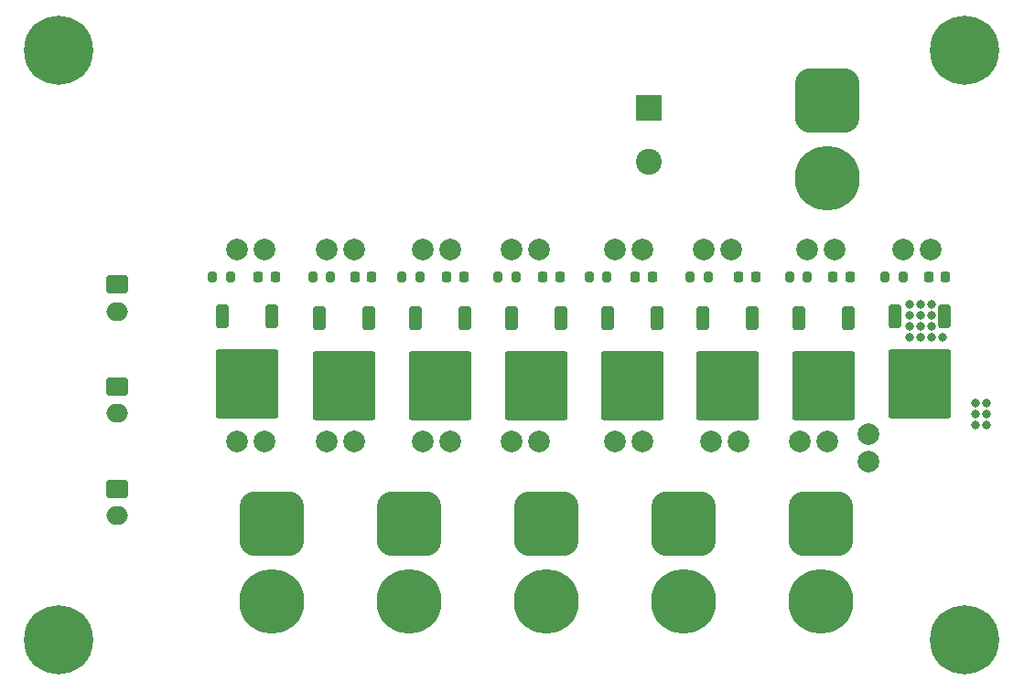
<source format=gbr>
%TF.GenerationSoftware,KiCad,Pcbnew,7.0.5*%
%TF.CreationDate,2023-08-26T19:15:35+09:00*%
%TF.ProjectId,18to12_DCDC,3138746f-3132-45f4-9443-44432e6b6963,rev?*%
%TF.SameCoordinates,Original*%
%TF.FileFunction,Soldermask,Top*%
%TF.FilePolarity,Negative*%
%FSLAX46Y46*%
G04 Gerber Fmt 4.6, Leading zero omitted, Abs format (unit mm)*
G04 Created by KiCad (PCBNEW 7.0.5) date 2023-08-26 19:15:35*
%MOMM*%
%LPD*%
G01*
G04 APERTURE LIST*
G04 Aperture macros list*
%AMRoundRect*
0 Rectangle with rounded corners*
0 $1 Rounding radius*
0 $2 $3 $4 $5 $6 $7 $8 $9 X,Y pos of 4 corners*
0 Add a 4 corners polygon primitive as box body*
4,1,4,$2,$3,$4,$5,$6,$7,$8,$9,$2,$3,0*
0 Add four circle primitives for the rounded corners*
1,1,$1+$1,$2,$3*
1,1,$1+$1,$4,$5*
1,1,$1+$1,$6,$7*
1,1,$1+$1,$8,$9*
0 Add four rect primitives between the rounded corners*
20,1,$1+$1,$2,$3,$4,$5,0*
20,1,$1+$1,$4,$5,$6,$7,0*
20,1,$1+$1,$6,$7,$8,$9,0*
20,1,$1+$1,$8,$9,$2,$3,0*%
G04 Aperture macros list end*
%ADD10RoundRect,0.218750X0.218750X0.256250X-0.218750X0.256250X-0.218750X-0.256250X0.218750X-0.256250X0*%
%ADD11C,0.800000*%
%ADD12C,6.400000*%
%ADD13RoundRect,0.200000X0.200000X0.275000X-0.200000X0.275000X-0.200000X-0.275000X0.200000X-0.275000X0*%
%ADD14C,2.000000*%
%ADD15RoundRect,0.250000X-0.350000X0.850000X-0.350000X-0.850000X0.350000X-0.850000X0.350000X0.850000X0*%
%ADD16RoundRect,0.249997X-2.650003X2.950003X-2.650003X-2.950003X2.650003X-2.950003X2.650003X2.950003X0*%
%ADD17RoundRect,0.250000X-0.750000X0.600000X-0.750000X-0.600000X0.750000X-0.600000X0.750000X0.600000X0*%
%ADD18O,2.000000X1.700000*%
%ADD19C,6.000000*%
%ADD20RoundRect,1.500000X1.500000X-1.500000X1.500000X1.500000X-1.500000X1.500000X-1.500000X-1.500000X0*%
%ADD21R,2.400000X2.400000*%
%ADD22C,2.400000*%
G04 APERTURE END LIST*
D10*
%TO.C,D4*%
X138735000Y-97790000D03*
X137160000Y-97790000D03*
%TD*%
D11*
%TO.C,H2*%
X81420000Y-131445000D03*
X82122944Y-129747944D03*
X82122944Y-133142056D03*
X83820000Y-129045000D03*
D12*
X83820000Y-131445000D03*
D11*
X83820000Y-133845000D03*
X85517056Y-129747944D03*
X85517056Y-133142056D03*
X86220000Y-131445000D03*
%TD*%
D13*
%TO.C,R2*%
X153072500Y-97790000D03*
X151422500Y-97790000D03*
%TD*%
%TO.C,R6*%
X117220000Y-97790000D03*
X115570000Y-97790000D03*
%TD*%
D14*
%TO.C,C6*%
X128270000Y-113030000D03*
X125730000Y-113030000D03*
%TD*%
D10*
%TO.C,D1*%
X165850000Y-97790000D03*
X164275000Y-97790000D03*
%TD*%
D14*
%TO.C,C14*%
X135255000Y-95250000D03*
X137795000Y-95250000D03*
%TD*%
%TO.C,C17*%
X161925000Y-95250000D03*
X164465000Y-95250000D03*
%TD*%
D11*
%TO.C,H4*%
X165240000Y-76835000D03*
X165942944Y-75137944D03*
X165942944Y-78532056D03*
X167640000Y-74435000D03*
D12*
X167640000Y-76835000D03*
D11*
X167640000Y-79235000D03*
X169337056Y-75137944D03*
X169337056Y-78532056D03*
X170040000Y-76835000D03*
%TD*%
D15*
%TO.C,U7*%
X112510000Y-101600000D03*
D16*
X110230000Y-107900000D03*
D15*
X107950000Y-101600000D03*
%TD*%
%TO.C,U8*%
X103505000Y-101420000D03*
D16*
X101225000Y-107720000D03*
D15*
X98945000Y-101420000D03*
%TD*%
D10*
%TO.C,D7*%
X112775000Y-97790000D03*
X111200000Y-97790000D03*
%TD*%
D17*
%TO.C,J7*%
X89175000Y-98520000D03*
D18*
X89175000Y-101020000D03*
%TD*%
D13*
%TO.C,R5*%
X126110000Y-97790000D03*
X124460000Y-97790000D03*
%TD*%
D14*
%TO.C,C13*%
X143510000Y-95250000D03*
X146050000Y-95250000D03*
%TD*%
D10*
%TO.C,D5*%
X130175000Y-97790000D03*
X128600000Y-97790000D03*
%TD*%
D19*
%TO.C,J6*%
X154305000Y-127850000D03*
D20*
X154305000Y-120650000D03*
%TD*%
D19*
%TO.C,J4*%
X128905000Y-127850000D03*
D20*
X128905000Y-120650000D03*
%TD*%
D14*
%TO.C,C3*%
X158750000Y-114935000D03*
X158750000Y-112395000D03*
%TD*%
D17*
%TO.C,J8*%
X89175000Y-107970000D03*
D18*
X89175000Y-110470000D03*
%TD*%
D17*
%TO.C,J9*%
X89175000Y-117420000D03*
D18*
X89175000Y-119920000D03*
%TD*%
D10*
%TO.C,D6*%
X121285000Y-97790000D03*
X119710000Y-97790000D03*
%TD*%
D11*
%TO.C,H3*%
X165240000Y-131445000D03*
X165942944Y-129747944D03*
X165942944Y-133142056D03*
X167640000Y-129045000D03*
D12*
X167640000Y-131445000D03*
D11*
X167640000Y-133845000D03*
X169337056Y-129747944D03*
X169337056Y-133142056D03*
X170040000Y-131445000D03*
%TD*%
D15*
%TO.C,U6*%
X121400000Y-101600000D03*
D16*
X119120000Y-107900000D03*
D15*
X116840000Y-101600000D03*
%TD*%
D13*
%TO.C,R8*%
X99695000Y-97790000D03*
X98045000Y-97790000D03*
%TD*%
D21*
%TO.C,C1*%
X138430000Y-82139785D03*
D22*
X138430000Y-87139785D03*
%TD*%
D13*
%TO.C,R4*%
X134517500Y-97790000D03*
X132867500Y-97790000D03*
%TD*%
%TO.C,R1*%
X161925000Y-97790000D03*
X160275000Y-97790000D03*
%TD*%
D14*
%TO.C,C9*%
X102870000Y-113030000D03*
X100330000Y-113030000D03*
%TD*%
%TO.C,C5*%
X137795000Y-113030000D03*
X135255000Y-113030000D03*
%TD*%
D15*
%TO.C,U4*%
X139180000Y-101600000D03*
D16*
X136900000Y-107900000D03*
D15*
X134620000Y-101600000D03*
%TD*%
D10*
%TO.C,D3*%
X148260000Y-97790000D03*
X146685000Y-97790000D03*
%TD*%
D14*
%TO.C,C18*%
X153035000Y-95250000D03*
X155575000Y-95250000D03*
%TD*%
%TO.C,C15*%
X125730000Y-95250000D03*
X128270000Y-95250000D03*
%TD*%
D10*
%TO.C,D8*%
X103810000Y-97790000D03*
X102235000Y-97790000D03*
%TD*%
D15*
%TO.C,U3*%
X147955000Y-101600000D03*
D16*
X145675000Y-107900000D03*
D15*
X143395000Y-101600000D03*
%TD*%
%TO.C,U5*%
X130290000Y-101600000D03*
D16*
X128010000Y-107900000D03*
D15*
X125730000Y-101600000D03*
%TD*%
D19*
%TO.C,J5*%
X141605000Y-127850000D03*
D20*
X141605000Y-120650000D03*
%TD*%
D11*
%TO.C,H1*%
X81420000Y-76835000D03*
X82122944Y-75137944D03*
X82122944Y-78532056D03*
X83820000Y-74435000D03*
D12*
X83820000Y-76835000D03*
D11*
X83820000Y-79235000D03*
X85517056Y-75137944D03*
X85517056Y-78532056D03*
X86220000Y-76835000D03*
%TD*%
D15*
%TO.C,U1*%
X165735000Y-101420000D03*
D16*
X163455000Y-107720000D03*
D15*
X161175000Y-101420000D03*
%TD*%
D19*
%TO.C,J3*%
X116205000Y-127850000D03*
D20*
X116205000Y-120650000D03*
%TD*%
D14*
%TO.C,C2*%
X154940000Y-113030000D03*
X152400000Y-113030000D03*
%TD*%
D13*
%TO.C,R3*%
X143890000Y-97790000D03*
X142240000Y-97790000D03*
%TD*%
D14*
%TO.C,C8*%
X111125000Y-113030000D03*
X108585000Y-113030000D03*
%TD*%
D15*
%TO.C,U2*%
X156845000Y-101600000D03*
D16*
X154565000Y-107900000D03*
D15*
X152285000Y-101600000D03*
%TD*%
D14*
%TO.C,C12*%
X117475000Y-95250000D03*
X120015000Y-95250000D03*
%TD*%
%TO.C,C11*%
X108585000Y-95250000D03*
X111125000Y-95250000D03*
%TD*%
D19*
%TO.C,J1*%
X154940000Y-88690000D03*
D20*
X154940000Y-81490000D03*
%TD*%
D19*
%TO.C,J2*%
X103505000Y-127850000D03*
D20*
X103505000Y-120650000D03*
%TD*%
D14*
%TO.C,C4*%
X146685000Y-113030000D03*
X144145000Y-113030000D03*
%TD*%
D10*
%TO.C,D2*%
X156997500Y-97790000D03*
X155422500Y-97790000D03*
%TD*%
D14*
%TO.C,C7*%
X120015000Y-113030000D03*
X117475000Y-113030000D03*
%TD*%
D13*
%TO.C,R7*%
X108965000Y-97790000D03*
X107315000Y-97790000D03*
%TD*%
D14*
%TO.C,C10*%
X100330000Y-95250000D03*
X102870000Y-95250000D03*
%TD*%
D11*
X168656000Y-109474000D03*
X163576000Y-102362000D03*
X162560000Y-102362000D03*
X164592000Y-101346000D03*
X169672000Y-109474000D03*
X169672000Y-111506000D03*
X168656000Y-111506000D03*
X165608000Y-103378000D03*
X162560000Y-101346000D03*
X164592000Y-102362000D03*
X164592000Y-103378000D03*
X163576000Y-100330000D03*
X163576000Y-101346000D03*
X164592000Y-100330000D03*
X162560000Y-103378000D03*
X169672000Y-110490000D03*
X168656000Y-110490000D03*
X163576000Y-103378000D03*
X162560000Y-100330000D03*
M02*

</source>
